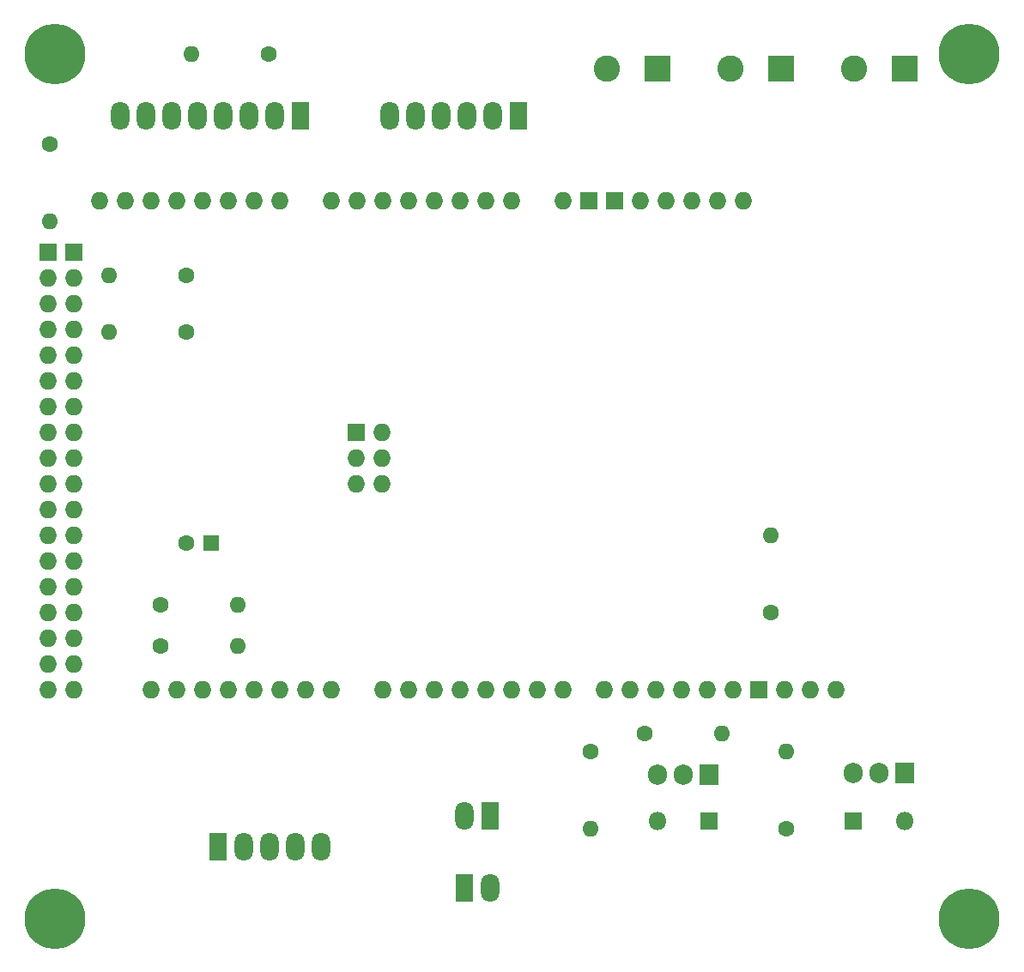
<source format=gbr>
%TF.GenerationSoftware,KiCad,Pcbnew,8.0.5*%
%TF.CreationDate,2024-12-05T17:04:49+01:00*%
%TF.ProjectId,TEEKeeper_V1.0,5445454b-6565-4706-9572-5f56312e302e,rev?*%
%TF.SameCoordinates,PX7b0df40PY6e75580*%
%TF.FileFunction,Soldermask,Bot*%
%TF.FilePolarity,Negative*%
%FSLAX46Y46*%
G04 Gerber Fmt 4.6, Leading zero omitted, Abs format (unit mm)*
G04 Created by KiCad (PCBNEW 8.0.5) date 2024-12-05 17:04:49*
%MOMM*%
%LPD*%
G01*
G04 APERTURE LIST*
%ADD10C,6.000000*%
%ADD11C,1.600000*%
%ADD12O,1.600000X1.600000*%
%ADD13R,1.800000X2.800000*%
%ADD14O,1.800000X2.800000*%
%ADD15O,1.727200X1.727200*%
%ADD16R,1.727200X1.727200*%
%ADD17R,2.600000X2.600000*%
%ADD18C,2.600000*%
%ADD19R,1.800000X1.800000*%
%ADD20O,1.800000X1.800000*%
%ADD21R,1.600000X1.600000*%
%ADD22R,1.905000X2.000000*%
%ADD23O,1.905000X2.000000*%
G04 APERTURE END LIST*
D10*
%TO.C,H4*%
X0Y0D03*
%TD*%
D11*
%TO.C,R5*%
X52832000Y16510000D03*
D12*
X52832000Y8890000D03*
%TD*%
D11*
%TO.C,R4*%
X10414000Y30988000D03*
D12*
X18034000Y30988000D03*
%TD*%
D13*
%TO.C,Buzzer1*%
X42926000Y10160000D03*
D14*
X40386000Y10160000D03*
%TD*%
D11*
%TO.C,R10*%
X12954000Y63500000D03*
D12*
X5334000Y63500000D03*
%TD*%
D15*
%TO.C,A1*%
X67950000Y70866000D03*
X60330000Y70866000D03*
X57790000Y70866000D03*
X29723000Y42926000D03*
X1910000Y22606000D03*
X-630000Y22606000D03*
X45090000Y70866000D03*
X42550000Y70866000D03*
X40010000Y70866000D03*
X37470000Y70866000D03*
X34930000Y70866000D03*
X32390000Y70866000D03*
X29850000Y70866000D03*
X27310000Y70866000D03*
X22230000Y70866000D03*
X19690000Y70866000D03*
X17150000Y70866000D03*
X14610000Y70866000D03*
X12070000Y70866000D03*
X9530000Y70866000D03*
X6990000Y70866000D03*
X4450000Y70866000D03*
X72014000Y22606000D03*
X32390000Y22606000D03*
X34930000Y22606000D03*
X37470000Y22606000D03*
X40010000Y22606000D03*
X42550000Y22606000D03*
X45090000Y22606000D03*
X47630000Y22606000D03*
X50170000Y22606000D03*
X54234000Y22606000D03*
X56774000Y22606000D03*
X59314000Y22606000D03*
X61854000Y22606000D03*
X64394000Y22606000D03*
X66934000Y22606000D03*
X27310000Y22606000D03*
X24770000Y22606000D03*
X22230000Y22606000D03*
X19690000Y22606000D03*
X17150000Y22606000D03*
X14610000Y22606000D03*
X12070000Y22606000D03*
X9530000Y22606000D03*
X1910000Y25146000D03*
X-630000Y25146000D03*
X1910000Y27686000D03*
X-630000Y27686000D03*
X1910000Y30226000D03*
X-630000Y30226000D03*
X1910000Y32766000D03*
X-630000Y32766000D03*
X1910000Y35306000D03*
X-630000Y35306000D03*
X1910000Y37846000D03*
X-630000Y37846000D03*
X1910000Y40386000D03*
X-630000Y40386000D03*
X1910000Y42926000D03*
X-630000Y42926000D03*
X1910000Y45466000D03*
X-630000Y45466000D03*
X1910000Y48006000D03*
X-630000Y48006000D03*
X1910000Y50546000D03*
X-630000Y50546000D03*
X1910000Y53086000D03*
X-630000Y53086000D03*
X1910000Y55626000D03*
X-630000Y55626000D03*
X1910000Y58166000D03*
X-630000Y58166000D03*
X1910000Y60706000D03*
X-630000Y60706000D03*
X1910000Y63246000D03*
X-630000Y63246000D03*
D16*
X69474000Y22606000D03*
X55250000Y70866000D03*
X52710000Y70866000D03*
X29723000Y48006000D03*
X1910000Y65786000D03*
X-630000Y65786000D03*
D15*
X65410000Y70866000D03*
X32263000Y42926000D03*
X29723000Y45466000D03*
X62870000Y70866000D03*
X32263000Y48006000D03*
X32263000Y45466000D03*
X77094000Y22606000D03*
X74554000Y22606000D03*
X50170000Y70866000D03*
%TD*%
D17*
%TO.C,SSR3*%
X83820000Y83828000D03*
D18*
X78820000Y83828000D03*
%TD*%
D10*
%TO.C,H1*%
X0Y85344000D03*
%TD*%
D11*
%TO.C,R12*%
X-508000Y76454000D03*
D12*
X-508000Y68834000D03*
%TD*%
D19*
%TO.C,LED_SSR1*%
X64516000Y9581000D03*
D20*
X59436000Y9581000D03*
%TD*%
D10*
%TO.C,H2*%
X90220800Y85344000D03*
%TD*%
D11*
%TO.C,R11*%
X12954000Y57912000D03*
D12*
X5334000Y57912000D03*
%TD*%
D19*
%TO.C,Door1*%
X78740000Y9652000D03*
D20*
X83820000Y9652000D03*
%TD*%
D10*
%TO.C,H3*%
X90220800Y0D03*
%TD*%
D17*
%TO.C,12V1*%
X59476000Y83828000D03*
D18*
X54476000Y83828000D03*
%TD*%
D13*
%TO.C,SD_CARD1*%
X24257000Y79248000D03*
D14*
X21717000Y79248000D03*
X19177000Y79248000D03*
X16637000Y79248000D03*
X14097000Y79248000D03*
X11557000Y79248000D03*
X9017000Y79248000D03*
X6477000Y79248000D03*
%TD*%
D11*
%TO.C,R7*%
X70612000Y30226000D03*
D12*
X70612000Y37846000D03*
%TD*%
D13*
%TO.C,ROTARY_ENCODER_PB1*%
X16129000Y7112000D03*
D14*
X18669000Y7112000D03*
X21209000Y7112000D03*
X23749000Y7112000D03*
X26289000Y7112000D03*
%TD*%
D11*
%TO.C,R6*%
X72136000Y8890000D03*
D12*
X72136000Y16510000D03*
%TD*%
D11*
%TO.C,R3*%
X10414000Y26924000D03*
D12*
X18034000Y26924000D03*
%TD*%
D13*
%TO.C,MAX31855K1*%
X45720000Y79248000D03*
D14*
X43180000Y79248000D03*
X40640000Y79248000D03*
X38100000Y79248000D03*
X35560000Y79248000D03*
X33020000Y79248000D03*
%TD*%
D11*
%TO.C,R8*%
X58166000Y18288000D03*
D12*
X65786000Y18288000D03*
%TD*%
D17*
%TO.C,DOOR2*%
X71628000Y83828000D03*
D18*
X66628000Y83828000D03*
%TD*%
D13*
%TO.C,RESET_BUTTON1*%
X40386000Y3048000D03*
D14*
X42926000Y3048000D03*
%TD*%
D11*
%TO.C,R9*%
X21082000Y85344000D03*
D12*
X13462000Y85344000D03*
%TD*%
D21*
%TO.C,C1*%
X15429113Y37084000D03*
D11*
X12929113Y37084000D03*
%TD*%
D22*
%TO.C,N_SSR1*%
X64516000Y14224000D03*
D23*
X61976000Y14224000D03*
X59436000Y14224000D03*
%TD*%
D22*
%TO.C,P_DOOR1*%
X83820000Y14366000D03*
D23*
X81280000Y14366000D03*
X78740000Y14366000D03*
%TD*%
M02*

</source>
